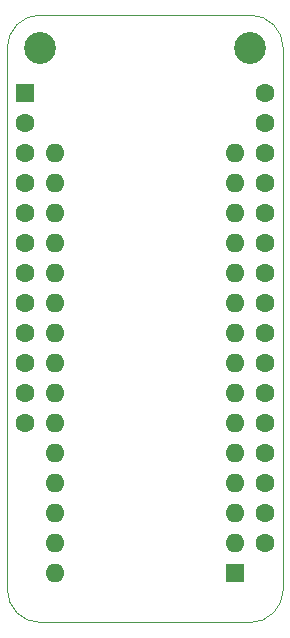
<source format=gbr>
%TF.GenerationSoftware,KiCad,Pcbnew,5.1.5+dfsg1-2~bpo10+1*%
%TF.CreationDate,Date%
%TF.ProjectId,ProMicro_WING,50726f4d-6963-4726-9f5f-57494e472e6b,v1.0*%
%TF.SameCoordinates,Original*%
%TF.FileFunction,Soldermask,Top*%
%TF.FilePolarity,Negative*%
%FSLAX45Y45*%
G04 Gerber Fmt 4.5, Leading zero omitted, Abs format (unit mm)*
G04 Created by KiCad*
%MOMM*%
%LPD*%
G04 APERTURE LIST*
%ADD10C,0.050000*%
%ADD11R,1.600000X1.600000*%
%ADD12C,1.600000*%
%ADD13C,2.700000*%
%ADD14O,1.600000X1.600000*%
G04 APERTURE END LIST*
D10*
X-1930400Y4445000D02*
G75*
G02X-1651000Y4724400I279400J0D01*
G01*
X127000Y4724400D02*
G75*
G02X406400Y4445000I0J-279400D01*
G01*
X406400Y-139700D02*
G75*
G02X127000Y-419100I-279400J0D01*
G01*
X-1651000Y-419100D02*
G75*
G02X-1930400Y-139700I0J279400D01*
G01*
X-1930400Y-139700D02*
X-1930400Y4445000D01*
X127000Y-419100D02*
X-1651000Y-419100D01*
X406400Y4445000D02*
X406400Y-139700D01*
X-1651000Y4724400D02*
X127000Y4724400D01*
D11*
X-1778000Y4064000D03*
D12*
X-1778000Y3810000D03*
X-1778000Y3556000D03*
X-1778000Y3302000D03*
X-1778000Y3048000D03*
X-1778000Y2794000D03*
X-1778000Y2540000D03*
X-1778000Y2286000D03*
X-1778000Y2032000D03*
X-1778000Y1778000D03*
X-1778000Y1524000D03*
X-1778000Y1270000D03*
X254000Y254000D03*
X254000Y508000D03*
X254000Y762000D03*
X254000Y1016000D03*
X254000Y1270000D03*
X254000Y1524000D03*
X254000Y1778000D03*
X254000Y2032000D03*
X254000Y2286000D03*
X254000Y2540000D03*
X254000Y2794000D03*
X254000Y3302000D03*
X254000Y3556000D03*
X254000Y3810000D03*
D13*
X127000Y4445000D03*
X-1651000Y4445000D03*
D12*
X254000Y4064000D03*
X254000Y3810000D03*
X254000Y3556000D03*
X254000Y3302000D03*
X254000Y3048000D03*
X254000Y2794000D03*
X254000Y2540000D03*
X254000Y2286000D03*
X254000Y2032000D03*
X254000Y1778000D03*
X254000Y1524000D03*
X254000Y1270000D03*
X254000Y1016000D03*
X254000Y762000D03*
X254000Y508000D03*
X254000Y254000D03*
X-1778000Y1270000D03*
X-1778000Y1524000D03*
X-1778000Y1778000D03*
X-1778000Y2032000D03*
X-1778000Y2286000D03*
X-1778000Y2540000D03*
X-1778000Y3556000D03*
X-1778000Y3810000D03*
D11*
X-1778000Y4064000D03*
D14*
X-1524000Y0D03*
X-1524000Y254000D03*
X-1524000Y508000D03*
X0Y2794000D03*
X-1524000Y762000D03*
X0Y2540000D03*
X-1524000Y1016000D03*
X0Y2286000D03*
X-1524000Y1270000D03*
X0Y2032000D03*
X-1524000Y1524000D03*
X0Y1778000D03*
X-1524000Y1778000D03*
X0Y1524000D03*
X-1524000Y2032000D03*
X0Y1270000D03*
X-1524000Y2286000D03*
X0Y1016000D03*
X-1524000Y2540000D03*
X0Y762000D03*
X-1524000Y2794000D03*
X0Y508000D03*
X0Y254000D03*
D11*
X0Y0D03*
D14*
X-1524000Y3556000D03*
X0Y3556000D03*
X-1524000Y0D03*
X0Y3302000D03*
X-1524000Y254000D03*
X0Y3048000D03*
X-1524000Y508000D03*
X0Y2794000D03*
X-1524000Y762000D03*
X0Y2540000D03*
X-1524000Y1016000D03*
X0Y2286000D03*
X-1524000Y1270000D03*
X0Y2032000D03*
X-1524000Y1524000D03*
X0Y1778000D03*
X-1524000Y1778000D03*
X0Y1524000D03*
X0Y1270000D03*
X0Y1016000D03*
X0Y762000D03*
X0Y508000D03*
X-1524000Y3048000D03*
X0Y254000D03*
X-1524000Y3302000D03*
D11*
X0Y0D03*
M02*

</source>
